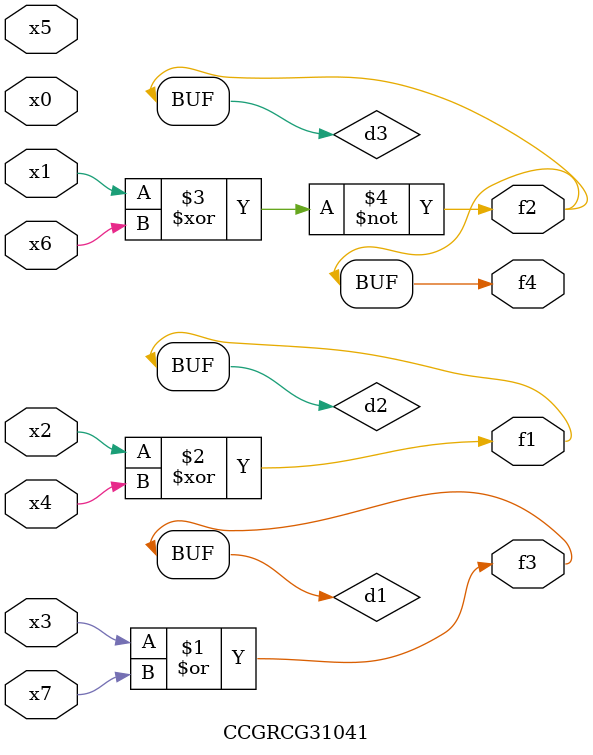
<source format=v>
module CCGRCG31041(
	input x0, x1, x2, x3, x4, x5, x6, x7,
	output f1, f2, f3, f4
);

	wire d1, d2, d3;

	or (d1, x3, x7);
	xor (d2, x2, x4);
	xnor (d3, x1, x6);
	assign f1 = d2;
	assign f2 = d3;
	assign f3 = d1;
	assign f4 = d3;
endmodule

</source>
